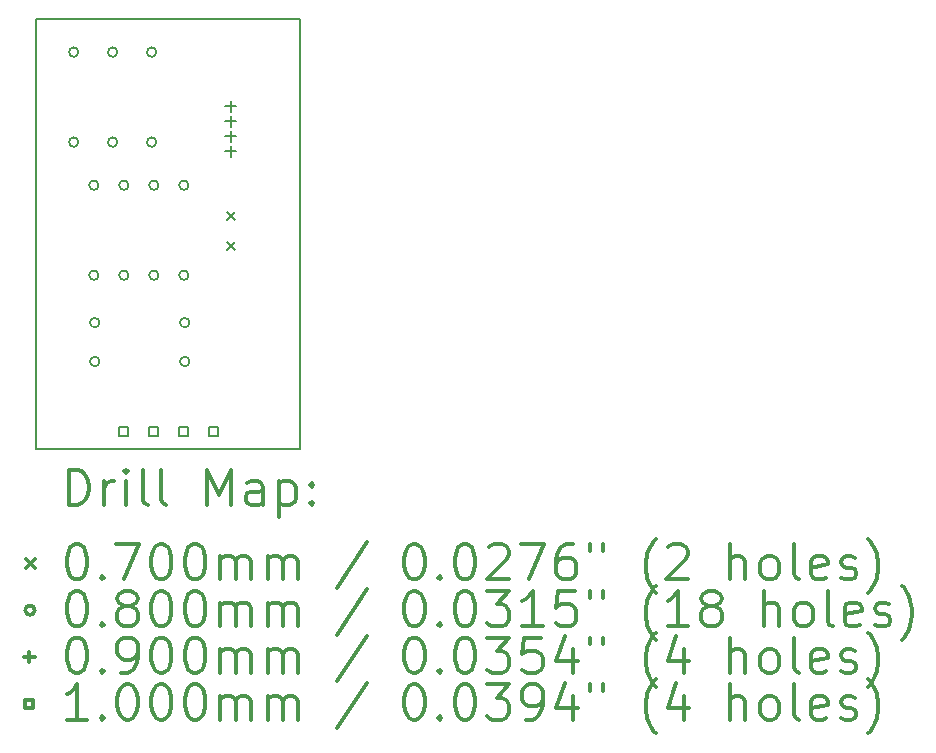
<source format=gbr>
%FSLAX45Y45*%
G04 Gerber Fmt 4.5, Leading zero omitted, Abs format (unit mm)*
G04 Created by KiCad (PCBNEW 5.1.10-88a1d61d58~90~ubuntu20.04.1) date 2021-10-12 10:12:22*
%MOMM*%
%LPD*%
G01*
G04 APERTURE LIST*
%TA.AperFunction,Profile*%
%ADD10C,0.200000*%
%TD*%
%ADD11C,0.200000*%
%ADD12C,0.300000*%
G04 APERTURE END LIST*
D10*
X10680000Y-14709140D02*
X10680000Y-11070000D01*
X12920000Y-11070000D02*
X10680000Y-11070000D01*
X12920000Y-14709140D02*
X12920000Y-11070000D01*
X10680000Y-14709140D02*
X12920000Y-14709140D01*
D11*
X12295000Y-12705000D02*
X12365000Y-12775000D01*
X12365000Y-12705000D02*
X12295000Y-12775000D01*
X12295000Y-12955000D02*
X12365000Y-13025000D01*
X12365000Y-12955000D02*
X12295000Y-13025000D01*
X11040000Y-11350000D02*
G75*
G03*
X11040000Y-11350000I-40000J0D01*
G01*
X11040000Y-12112000D02*
G75*
G03*
X11040000Y-12112000I-40000J0D01*
G01*
X11211000Y-12476000D02*
G75*
G03*
X11211000Y-12476000I-40000J0D01*
G01*
X11211000Y-13238000D02*
G75*
G03*
X11211000Y-13238000I-40000J0D01*
G01*
X11218540Y-13640000D02*
G75*
G03*
X11218540Y-13640000I-40000J0D01*
G01*
X11218540Y-13970000D02*
G75*
G03*
X11218540Y-13970000I-40000J0D01*
G01*
X11370000Y-11350000D02*
G75*
G03*
X11370000Y-11350000I-40000J0D01*
G01*
X11370000Y-12112000D02*
G75*
G03*
X11370000Y-12112000I-40000J0D01*
G01*
X11465000Y-12476000D02*
G75*
G03*
X11465000Y-12476000I-40000J0D01*
G01*
X11465000Y-13238000D02*
G75*
G03*
X11465000Y-13238000I-40000J0D01*
G01*
X11700000Y-11350000D02*
G75*
G03*
X11700000Y-11350000I-40000J0D01*
G01*
X11700000Y-12112000D02*
G75*
G03*
X11700000Y-12112000I-40000J0D01*
G01*
X11719000Y-12476000D02*
G75*
G03*
X11719000Y-12476000I-40000J0D01*
G01*
X11719000Y-13238000D02*
G75*
G03*
X11719000Y-13238000I-40000J0D01*
G01*
X11973000Y-12476000D02*
G75*
G03*
X11973000Y-12476000I-40000J0D01*
G01*
X11973000Y-13238000D02*
G75*
G03*
X11973000Y-13238000I-40000J0D01*
G01*
X11980540Y-13640000D02*
G75*
G03*
X11980540Y-13640000I-40000J0D01*
G01*
X11980540Y-13970000D02*
G75*
G03*
X11980540Y-13970000I-40000J0D01*
G01*
X12330000Y-11765000D02*
X12330000Y-11855000D01*
X12285000Y-11810000D02*
X12375000Y-11810000D01*
X12330000Y-11892000D02*
X12330000Y-11982000D01*
X12285000Y-11937000D02*
X12375000Y-11937000D01*
X12330000Y-12019000D02*
X12330000Y-12109000D01*
X12285000Y-12064000D02*
X12375000Y-12064000D01*
X12330000Y-12146000D02*
X12330000Y-12236000D01*
X12285000Y-12191000D02*
X12375000Y-12191000D01*
X11455896Y-14597996D02*
X11455896Y-14527284D01*
X11385184Y-14527284D01*
X11385184Y-14597996D01*
X11455896Y-14597996D01*
X11709896Y-14597996D02*
X11709896Y-14527284D01*
X11639184Y-14527284D01*
X11639184Y-14597996D01*
X11709896Y-14597996D01*
X11963896Y-14597996D02*
X11963896Y-14527284D01*
X11893184Y-14527284D01*
X11893184Y-14597996D01*
X11963896Y-14597996D01*
X12217896Y-14597996D02*
X12217896Y-14527284D01*
X12147184Y-14527284D01*
X12147184Y-14597996D01*
X12217896Y-14597996D01*
D12*
X10956428Y-15184854D02*
X10956428Y-14884854D01*
X11027857Y-14884854D01*
X11070714Y-14899140D01*
X11099286Y-14927711D01*
X11113571Y-14956283D01*
X11127857Y-15013426D01*
X11127857Y-15056283D01*
X11113571Y-15113426D01*
X11099286Y-15141997D01*
X11070714Y-15170569D01*
X11027857Y-15184854D01*
X10956428Y-15184854D01*
X11256428Y-15184854D02*
X11256428Y-14984854D01*
X11256428Y-15041997D02*
X11270714Y-15013426D01*
X11285000Y-14999140D01*
X11313571Y-14984854D01*
X11342143Y-14984854D01*
X11442143Y-15184854D02*
X11442143Y-14984854D01*
X11442143Y-14884854D02*
X11427857Y-14899140D01*
X11442143Y-14913426D01*
X11456428Y-14899140D01*
X11442143Y-14884854D01*
X11442143Y-14913426D01*
X11627857Y-15184854D02*
X11599286Y-15170569D01*
X11585000Y-15141997D01*
X11585000Y-14884854D01*
X11785000Y-15184854D02*
X11756428Y-15170569D01*
X11742143Y-15141997D01*
X11742143Y-14884854D01*
X12127857Y-15184854D02*
X12127857Y-14884854D01*
X12227857Y-15099140D01*
X12327857Y-14884854D01*
X12327857Y-15184854D01*
X12599286Y-15184854D02*
X12599286Y-15027711D01*
X12585000Y-14999140D01*
X12556428Y-14984854D01*
X12499286Y-14984854D01*
X12470714Y-14999140D01*
X12599286Y-15170569D02*
X12570714Y-15184854D01*
X12499286Y-15184854D01*
X12470714Y-15170569D01*
X12456428Y-15141997D01*
X12456428Y-15113426D01*
X12470714Y-15084854D01*
X12499286Y-15070569D01*
X12570714Y-15070569D01*
X12599286Y-15056283D01*
X12742143Y-14984854D02*
X12742143Y-15284854D01*
X12742143Y-14999140D02*
X12770714Y-14984854D01*
X12827857Y-14984854D01*
X12856428Y-14999140D01*
X12870714Y-15013426D01*
X12885000Y-15041997D01*
X12885000Y-15127711D01*
X12870714Y-15156283D01*
X12856428Y-15170569D01*
X12827857Y-15184854D01*
X12770714Y-15184854D01*
X12742143Y-15170569D01*
X13013571Y-15156283D02*
X13027857Y-15170569D01*
X13013571Y-15184854D01*
X12999286Y-15170569D01*
X13013571Y-15156283D01*
X13013571Y-15184854D01*
X13013571Y-14999140D02*
X13027857Y-15013426D01*
X13013571Y-15027711D01*
X12999286Y-15013426D01*
X13013571Y-14999140D01*
X13013571Y-15027711D01*
X10600000Y-15644140D02*
X10670000Y-15714140D01*
X10670000Y-15644140D02*
X10600000Y-15714140D01*
X11013571Y-15514854D02*
X11042143Y-15514854D01*
X11070714Y-15529140D01*
X11085000Y-15543426D01*
X11099286Y-15571997D01*
X11113571Y-15629140D01*
X11113571Y-15700569D01*
X11099286Y-15757711D01*
X11085000Y-15786283D01*
X11070714Y-15800569D01*
X11042143Y-15814854D01*
X11013571Y-15814854D01*
X10985000Y-15800569D01*
X10970714Y-15786283D01*
X10956428Y-15757711D01*
X10942143Y-15700569D01*
X10942143Y-15629140D01*
X10956428Y-15571997D01*
X10970714Y-15543426D01*
X10985000Y-15529140D01*
X11013571Y-15514854D01*
X11242143Y-15786283D02*
X11256428Y-15800569D01*
X11242143Y-15814854D01*
X11227857Y-15800569D01*
X11242143Y-15786283D01*
X11242143Y-15814854D01*
X11356428Y-15514854D02*
X11556428Y-15514854D01*
X11427857Y-15814854D01*
X11727857Y-15514854D02*
X11756428Y-15514854D01*
X11785000Y-15529140D01*
X11799286Y-15543426D01*
X11813571Y-15571997D01*
X11827857Y-15629140D01*
X11827857Y-15700569D01*
X11813571Y-15757711D01*
X11799286Y-15786283D01*
X11785000Y-15800569D01*
X11756428Y-15814854D01*
X11727857Y-15814854D01*
X11699286Y-15800569D01*
X11685000Y-15786283D01*
X11670714Y-15757711D01*
X11656428Y-15700569D01*
X11656428Y-15629140D01*
X11670714Y-15571997D01*
X11685000Y-15543426D01*
X11699286Y-15529140D01*
X11727857Y-15514854D01*
X12013571Y-15514854D02*
X12042143Y-15514854D01*
X12070714Y-15529140D01*
X12085000Y-15543426D01*
X12099286Y-15571997D01*
X12113571Y-15629140D01*
X12113571Y-15700569D01*
X12099286Y-15757711D01*
X12085000Y-15786283D01*
X12070714Y-15800569D01*
X12042143Y-15814854D01*
X12013571Y-15814854D01*
X11985000Y-15800569D01*
X11970714Y-15786283D01*
X11956428Y-15757711D01*
X11942143Y-15700569D01*
X11942143Y-15629140D01*
X11956428Y-15571997D01*
X11970714Y-15543426D01*
X11985000Y-15529140D01*
X12013571Y-15514854D01*
X12242143Y-15814854D02*
X12242143Y-15614854D01*
X12242143Y-15643426D02*
X12256428Y-15629140D01*
X12285000Y-15614854D01*
X12327857Y-15614854D01*
X12356428Y-15629140D01*
X12370714Y-15657711D01*
X12370714Y-15814854D01*
X12370714Y-15657711D02*
X12385000Y-15629140D01*
X12413571Y-15614854D01*
X12456428Y-15614854D01*
X12485000Y-15629140D01*
X12499286Y-15657711D01*
X12499286Y-15814854D01*
X12642143Y-15814854D02*
X12642143Y-15614854D01*
X12642143Y-15643426D02*
X12656428Y-15629140D01*
X12685000Y-15614854D01*
X12727857Y-15614854D01*
X12756428Y-15629140D01*
X12770714Y-15657711D01*
X12770714Y-15814854D01*
X12770714Y-15657711D02*
X12785000Y-15629140D01*
X12813571Y-15614854D01*
X12856428Y-15614854D01*
X12885000Y-15629140D01*
X12899286Y-15657711D01*
X12899286Y-15814854D01*
X13485000Y-15500569D02*
X13227857Y-15886283D01*
X13870714Y-15514854D02*
X13899286Y-15514854D01*
X13927857Y-15529140D01*
X13942143Y-15543426D01*
X13956428Y-15571997D01*
X13970714Y-15629140D01*
X13970714Y-15700569D01*
X13956428Y-15757711D01*
X13942143Y-15786283D01*
X13927857Y-15800569D01*
X13899286Y-15814854D01*
X13870714Y-15814854D01*
X13842143Y-15800569D01*
X13827857Y-15786283D01*
X13813571Y-15757711D01*
X13799286Y-15700569D01*
X13799286Y-15629140D01*
X13813571Y-15571997D01*
X13827857Y-15543426D01*
X13842143Y-15529140D01*
X13870714Y-15514854D01*
X14099286Y-15786283D02*
X14113571Y-15800569D01*
X14099286Y-15814854D01*
X14085000Y-15800569D01*
X14099286Y-15786283D01*
X14099286Y-15814854D01*
X14299286Y-15514854D02*
X14327857Y-15514854D01*
X14356428Y-15529140D01*
X14370714Y-15543426D01*
X14385000Y-15571997D01*
X14399286Y-15629140D01*
X14399286Y-15700569D01*
X14385000Y-15757711D01*
X14370714Y-15786283D01*
X14356428Y-15800569D01*
X14327857Y-15814854D01*
X14299286Y-15814854D01*
X14270714Y-15800569D01*
X14256428Y-15786283D01*
X14242143Y-15757711D01*
X14227857Y-15700569D01*
X14227857Y-15629140D01*
X14242143Y-15571997D01*
X14256428Y-15543426D01*
X14270714Y-15529140D01*
X14299286Y-15514854D01*
X14513571Y-15543426D02*
X14527857Y-15529140D01*
X14556428Y-15514854D01*
X14627857Y-15514854D01*
X14656428Y-15529140D01*
X14670714Y-15543426D01*
X14685000Y-15571997D01*
X14685000Y-15600569D01*
X14670714Y-15643426D01*
X14499286Y-15814854D01*
X14685000Y-15814854D01*
X14785000Y-15514854D02*
X14985000Y-15514854D01*
X14856428Y-15814854D01*
X15227857Y-15514854D02*
X15170714Y-15514854D01*
X15142143Y-15529140D01*
X15127857Y-15543426D01*
X15099286Y-15586283D01*
X15085000Y-15643426D01*
X15085000Y-15757711D01*
X15099286Y-15786283D01*
X15113571Y-15800569D01*
X15142143Y-15814854D01*
X15199286Y-15814854D01*
X15227857Y-15800569D01*
X15242143Y-15786283D01*
X15256428Y-15757711D01*
X15256428Y-15686283D01*
X15242143Y-15657711D01*
X15227857Y-15643426D01*
X15199286Y-15629140D01*
X15142143Y-15629140D01*
X15113571Y-15643426D01*
X15099286Y-15657711D01*
X15085000Y-15686283D01*
X15370714Y-15514854D02*
X15370714Y-15571997D01*
X15485000Y-15514854D02*
X15485000Y-15571997D01*
X15927857Y-15929140D02*
X15913571Y-15914854D01*
X15885000Y-15871997D01*
X15870714Y-15843426D01*
X15856428Y-15800569D01*
X15842143Y-15729140D01*
X15842143Y-15671997D01*
X15856428Y-15600569D01*
X15870714Y-15557711D01*
X15885000Y-15529140D01*
X15913571Y-15486283D01*
X15927857Y-15471997D01*
X16027857Y-15543426D02*
X16042143Y-15529140D01*
X16070714Y-15514854D01*
X16142143Y-15514854D01*
X16170714Y-15529140D01*
X16185000Y-15543426D01*
X16199286Y-15571997D01*
X16199286Y-15600569D01*
X16185000Y-15643426D01*
X16013571Y-15814854D01*
X16199286Y-15814854D01*
X16556428Y-15814854D02*
X16556428Y-15514854D01*
X16685000Y-15814854D02*
X16685000Y-15657711D01*
X16670714Y-15629140D01*
X16642143Y-15614854D01*
X16599286Y-15614854D01*
X16570714Y-15629140D01*
X16556428Y-15643426D01*
X16870714Y-15814854D02*
X16842143Y-15800569D01*
X16827857Y-15786283D01*
X16813571Y-15757711D01*
X16813571Y-15671997D01*
X16827857Y-15643426D01*
X16842143Y-15629140D01*
X16870714Y-15614854D01*
X16913571Y-15614854D01*
X16942143Y-15629140D01*
X16956428Y-15643426D01*
X16970714Y-15671997D01*
X16970714Y-15757711D01*
X16956428Y-15786283D01*
X16942143Y-15800569D01*
X16913571Y-15814854D01*
X16870714Y-15814854D01*
X17142143Y-15814854D02*
X17113571Y-15800569D01*
X17099286Y-15771997D01*
X17099286Y-15514854D01*
X17370714Y-15800569D02*
X17342143Y-15814854D01*
X17285000Y-15814854D01*
X17256428Y-15800569D01*
X17242143Y-15771997D01*
X17242143Y-15657711D01*
X17256428Y-15629140D01*
X17285000Y-15614854D01*
X17342143Y-15614854D01*
X17370714Y-15629140D01*
X17385000Y-15657711D01*
X17385000Y-15686283D01*
X17242143Y-15714854D01*
X17499286Y-15800569D02*
X17527857Y-15814854D01*
X17585000Y-15814854D01*
X17613571Y-15800569D01*
X17627857Y-15771997D01*
X17627857Y-15757711D01*
X17613571Y-15729140D01*
X17585000Y-15714854D01*
X17542143Y-15714854D01*
X17513571Y-15700569D01*
X17499286Y-15671997D01*
X17499286Y-15657711D01*
X17513571Y-15629140D01*
X17542143Y-15614854D01*
X17585000Y-15614854D01*
X17613571Y-15629140D01*
X17727857Y-15929140D02*
X17742143Y-15914854D01*
X17770714Y-15871997D01*
X17785000Y-15843426D01*
X17799286Y-15800569D01*
X17813571Y-15729140D01*
X17813571Y-15671997D01*
X17799286Y-15600569D01*
X17785000Y-15557711D01*
X17770714Y-15529140D01*
X17742143Y-15486283D01*
X17727857Y-15471997D01*
X10670000Y-16075140D02*
G75*
G03*
X10670000Y-16075140I-40000J0D01*
G01*
X11013571Y-15910854D02*
X11042143Y-15910854D01*
X11070714Y-15925140D01*
X11085000Y-15939426D01*
X11099286Y-15967997D01*
X11113571Y-16025140D01*
X11113571Y-16096569D01*
X11099286Y-16153711D01*
X11085000Y-16182283D01*
X11070714Y-16196569D01*
X11042143Y-16210854D01*
X11013571Y-16210854D01*
X10985000Y-16196569D01*
X10970714Y-16182283D01*
X10956428Y-16153711D01*
X10942143Y-16096569D01*
X10942143Y-16025140D01*
X10956428Y-15967997D01*
X10970714Y-15939426D01*
X10985000Y-15925140D01*
X11013571Y-15910854D01*
X11242143Y-16182283D02*
X11256428Y-16196569D01*
X11242143Y-16210854D01*
X11227857Y-16196569D01*
X11242143Y-16182283D01*
X11242143Y-16210854D01*
X11427857Y-16039426D02*
X11399286Y-16025140D01*
X11385000Y-16010854D01*
X11370714Y-15982283D01*
X11370714Y-15967997D01*
X11385000Y-15939426D01*
X11399286Y-15925140D01*
X11427857Y-15910854D01*
X11485000Y-15910854D01*
X11513571Y-15925140D01*
X11527857Y-15939426D01*
X11542143Y-15967997D01*
X11542143Y-15982283D01*
X11527857Y-16010854D01*
X11513571Y-16025140D01*
X11485000Y-16039426D01*
X11427857Y-16039426D01*
X11399286Y-16053711D01*
X11385000Y-16067997D01*
X11370714Y-16096569D01*
X11370714Y-16153711D01*
X11385000Y-16182283D01*
X11399286Y-16196569D01*
X11427857Y-16210854D01*
X11485000Y-16210854D01*
X11513571Y-16196569D01*
X11527857Y-16182283D01*
X11542143Y-16153711D01*
X11542143Y-16096569D01*
X11527857Y-16067997D01*
X11513571Y-16053711D01*
X11485000Y-16039426D01*
X11727857Y-15910854D02*
X11756428Y-15910854D01*
X11785000Y-15925140D01*
X11799286Y-15939426D01*
X11813571Y-15967997D01*
X11827857Y-16025140D01*
X11827857Y-16096569D01*
X11813571Y-16153711D01*
X11799286Y-16182283D01*
X11785000Y-16196569D01*
X11756428Y-16210854D01*
X11727857Y-16210854D01*
X11699286Y-16196569D01*
X11685000Y-16182283D01*
X11670714Y-16153711D01*
X11656428Y-16096569D01*
X11656428Y-16025140D01*
X11670714Y-15967997D01*
X11685000Y-15939426D01*
X11699286Y-15925140D01*
X11727857Y-15910854D01*
X12013571Y-15910854D02*
X12042143Y-15910854D01*
X12070714Y-15925140D01*
X12085000Y-15939426D01*
X12099286Y-15967997D01*
X12113571Y-16025140D01*
X12113571Y-16096569D01*
X12099286Y-16153711D01*
X12085000Y-16182283D01*
X12070714Y-16196569D01*
X12042143Y-16210854D01*
X12013571Y-16210854D01*
X11985000Y-16196569D01*
X11970714Y-16182283D01*
X11956428Y-16153711D01*
X11942143Y-16096569D01*
X11942143Y-16025140D01*
X11956428Y-15967997D01*
X11970714Y-15939426D01*
X11985000Y-15925140D01*
X12013571Y-15910854D01*
X12242143Y-16210854D02*
X12242143Y-16010854D01*
X12242143Y-16039426D02*
X12256428Y-16025140D01*
X12285000Y-16010854D01*
X12327857Y-16010854D01*
X12356428Y-16025140D01*
X12370714Y-16053711D01*
X12370714Y-16210854D01*
X12370714Y-16053711D02*
X12385000Y-16025140D01*
X12413571Y-16010854D01*
X12456428Y-16010854D01*
X12485000Y-16025140D01*
X12499286Y-16053711D01*
X12499286Y-16210854D01*
X12642143Y-16210854D02*
X12642143Y-16010854D01*
X12642143Y-16039426D02*
X12656428Y-16025140D01*
X12685000Y-16010854D01*
X12727857Y-16010854D01*
X12756428Y-16025140D01*
X12770714Y-16053711D01*
X12770714Y-16210854D01*
X12770714Y-16053711D02*
X12785000Y-16025140D01*
X12813571Y-16010854D01*
X12856428Y-16010854D01*
X12885000Y-16025140D01*
X12899286Y-16053711D01*
X12899286Y-16210854D01*
X13485000Y-15896569D02*
X13227857Y-16282283D01*
X13870714Y-15910854D02*
X13899286Y-15910854D01*
X13927857Y-15925140D01*
X13942143Y-15939426D01*
X13956428Y-15967997D01*
X13970714Y-16025140D01*
X13970714Y-16096569D01*
X13956428Y-16153711D01*
X13942143Y-16182283D01*
X13927857Y-16196569D01*
X13899286Y-16210854D01*
X13870714Y-16210854D01*
X13842143Y-16196569D01*
X13827857Y-16182283D01*
X13813571Y-16153711D01*
X13799286Y-16096569D01*
X13799286Y-16025140D01*
X13813571Y-15967997D01*
X13827857Y-15939426D01*
X13842143Y-15925140D01*
X13870714Y-15910854D01*
X14099286Y-16182283D02*
X14113571Y-16196569D01*
X14099286Y-16210854D01*
X14085000Y-16196569D01*
X14099286Y-16182283D01*
X14099286Y-16210854D01*
X14299286Y-15910854D02*
X14327857Y-15910854D01*
X14356428Y-15925140D01*
X14370714Y-15939426D01*
X14385000Y-15967997D01*
X14399286Y-16025140D01*
X14399286Y-16096569D01*
X14385000Y-16153711D01*
X14370714Y-16182283D01*
X14356428Y-16196569D01*
X14327857Y-16210854D01*
X14299286Y-16210854D01*
X14270714Y-16196569D01*
X14256428Y-16182283D01*
X14242143Y-16153711D01*
X14227857Y-16096569D01*
X14227857Y-16025140D01*
X14242143Y-15967997D01*
X14256428Y-15939426D01*
X14270714Y-15925140D01*
X14299286Y-15910854D01*
X14499286Y-15910854D02*
X14685000Y-15910854D01*
X14585000Y-16025140D01*
X14627857Y-16025140D01*
X14656428Y-16039426D01*
X14670714Y-16053711D01*
X14685000Y-16082283D01*
X14685000Y-16153711D01*
X14670714Y-16182283D01*
X14656428Y-16196569D01*
X14627857Y-16210854D01*
X14542143Y-16210854D01*
X14513571Y-16196569D01*
X14499286Y-16182283D01*
X14970714Y-16210854D02*
X14799286Y-16210854D01*
X14885000Y-16210854D02*
X14885000Y-15910854D01*
X14856428Y-15953711D01*
X14827857Y-15982283D01*
X14799286Y-15996569D01*
X15242143Y-15910854D02*
X15099286Y-15910854D01*
X15085000Y-16053711D01*
X15099286Y-16039426D01*
X15127857Y-16025140D01*
X15199286Y-16025140D01*
X15227857Y-16039426D01*
X15242143Y-16053711D01*
X15256428Y-16082283D01*
X15256428Y-16153711D01*
X15242143Y-16182283D01*
X15227857Y-16196569D01*
X15199286Y-16210854D01*
X15127857Y-16210854D01*
X15099286Y-16196569D01*
X15085000Y-16182283D01*
X15370714Y-15910854D02*
X15370714Y-15967997D01*
X15485000Y-15910854D02*
X15485000Y-15967997D01*
X15927857Y-16325140D02*
X15913571Y-16310854D01*
X15885000Y-16267997D01*
X15870714Y-16239426D01*
X15856428Y-16196569D01*
X15842143Y-16125140D01*
X15842143Y-16067997D01*
X15856428Y-15996569D01*
X15870714Y-15953711D01*
X15885000Y-15925140D01*
X15913571Y-15882283D01*
X15927857Y-15867997D01*
X16199286Y-16210854D02*
X16027857Y-16210854D01*
X16113571Y-16210854D02*
X16113571Y-15910854D01*
X16085000Y-15953711D01*
X16056428Y-15982283D01*
X16027857Y-15996569D01*
X16370714Y-16039426D02*
X16342143Y-16025140D01*
X16327857Y-16010854D01*
X16313571Y-15982283D01*
X16313571Y-15967997D01*
X16327857Y-15939426D01*
X16342143Y-15925140D01*
X16370714Y-15910854D01*
X16427857Y-15910854D01*
X16456428Y-15925140D01*
X16470714Y-15939426D01*
X16485000Y-15967997D01*
X16485000Y-15982283D01*
X16470714Y-16010854D01*
X16456428Y-16025140D01*
X16427857Y-16039426D01*
X16370714Y-16039426D01*
X16342143Y-16053711D01*
X16327857Y-16067997D01*
X16313571Y-16096569D01*
X16313571Y-16153711D01*
X16327857Y-16182283D01*
X16342143Y-16196569D01*
X16370714Y-16210854D01*
X16427857Y-16210854D01*
X16456428Y-16196569D01*
X16470714Y-16182283D01*
X16485000Y-16153711D01*
X16485000Y-16096569D01*
X16470714Y-16067997D01*
X16456428Y-16053711D01*
X16427857Y-16039426D01*
X16842143Y-16210854D02*
X16842143Y-15910854D01*
X16970714Y-16210854D02*
X16970714Y-16053711D01*
X16956428Y-16025140D01*
X16927857Y-16010854D01*
X16885000Y-16010854D01*
X16856428Y-16025140D01*
X16842143Y-16039426D01*
X17156428Y-16210854D02*
X17127857Y-16196569D01*
X17113571Y-16182283D01*
X17099286Y-16153711D01*
X17099286Y-16067997D01*
X17113571Y-16039426D01*
X17127857Y-16025140D01*
X17156428Y-16010854D01*
X17199286Y-16010854D01*
X17227857Y-16025140D01*
X17242143Y-16039426D01*
X17256428Y-16067997D01*
X17256428Y-16153711D01*
X17242143Y-16182283D01*
X17227857Y-16196569D01*
X17199286Y-16210854D01*
X17156428Y-16210854D01*
X17427857Y-16210854D02*
X17399286Y-16196569D01*
X17385000Y-16167997D01*
X17385000Y-15910854D01*
X17656428Y-16196569D02*
X17627857Y-16210854D01*
X17570714Y-16210854D01*
X17542143Y-16196569D01*
X17527857Y-16167997D01*
X17527857Y-16053711D01*
X17542143Y-16025140D01*
X17570714Y-16010854D01*
X17627857Y-16010854D01*
X17656428Y-16025140D01*
X17670714Y-16053711D01*
X17670714Y-16082283D01*
X17527857Y-16110854D01*
X17785000Y-16196569D02*
X17813571Y-16210854D01*
X17870714Y-16210854D01*
X17899286Y-16196569D01*
X17913571Y-16167997D01*
X17913571Y-16153711D01*
X17899286Y-16125140D01*
X17870714Y-16110854D01*
X17827857Y-16110854D01*
X17799286Y-16096569D01*
X17785000Y-16067997D01*
X17785000Y-16053711D01*
X17799286Y-16025140D01*
X17827857Y-16010854D01*
X17870714Y-16010854D01*
X17899286Y-16025140D01*
X18013571Y-16325140D02*
X18027857Y-16310854D01*
X18056428Y-16267997D01*
X18070714Y-16239426D01*
X18085000Y-16196569D01*
X18099286Y-16125140D01*
X18099286Y-16067997D01*
X18085000Y-15996569D01*
X18070714Y-15953711D01*
X18056428Y-15925140D01*
X18027857Y-15882283D01*
X18013571Y-15867997D01*
X10625000Y-16426140D02*
X10625000Y-16516140D01*
X10580000Y-16471140D02*
X10670000Y-16471140D01*
X11013571Y-16306854D02*
X11042143Y-16306854D01*
X11070714Y-16321140D01*
X11085000Y-16335426D01*
X11099286Y-16363997D01*
X11113571Y-16421140D01*
X11113571Y-16492569D01*
X11099286Y-16549711D01*
X11085000Y-16578283D01*
X11070714Y-16592569D01*
X11042143Y-16606854D01*
X11013571Y-16606854D01*
X10985000Y-16592569D01*
X10970714Y-16578283D01*
X10956428Y-16549711D01*
X10942143Y-16492569D01*
X10942143Y-16421140D01*
X10956428Y-16363997D01*
X10970714Y-16335426D01*
X10985000Y-16321140D01*
X11013571Y-16306854D01*
X11242143Y-16578283D02*
X11256428Y-16592569D01*
X11242143Y-16606854D01*
X11227857Y-16592569D01*
X11242143Y-16578283D01*
X11242143Y-16606854D01*
X11399286Y-16606854D02*
X11456428Y-16606854D01*
X11485000Y-16592569D01*
X11499286Y-16578283D01*
X11527857Y-16535426D01*
X11542143Y-16478283D01*
X11542143Y-16363997D01*
X11527857Y-16335426D01*
X11513571Y-16321140D01*
X11485000Y-16306854D01*
X11427857Y-16306854D01*
X11399286Y-16321140D01*
X11385000Y-16335426D01*
X11370714Y-16363997D01*
X11370714Y-16435426D01*
X11385000Y-16463997D01*
X11399286Y-16478283D01*
X11427857Y-16492569D01*
X11485000Y-16492569D01*
X11513571Y-16478283D01*
X11527857Y-16463997D01*
X11542143Y-16435426D01*
X11727857Y-16306854D02*
X11756428Y-16306854D01*
X11785000Y-16321140D01*
X11799286Y-16335426D01*
X11813571Y-16363997D01*
X11827857Y-16421140D01*
X11827857Y-16492569D01*
X11813571Y-16549711D01*
X11799286Y-16578283D01*
X11785000Y-16592569D01*
X11756428Y-16606854D01*
X11727857Y-16606854D01*
X11699286Y-16592569D01*
X11685000Y-16578283D01*
X11670714Y-16549711D01*
X11656428Y-16492569D01*
X11656428Y-16421140D01*
X11670714Y-16363997D01*
X11685000Y-16335426D01*
X11699286Y-16321140D01*
X11727857Y-16306854D01*
X12013571Y-16306854D02*
X12042143Y-16306854D01*
X12070714Y-16321140D01*
X12085000Y-16335426D01*
X12099286Y-16363997D01*
X12113571Y-16421140D01*
X12113571Y-16492569D01*
X12099286Y-16549711D01*
X12085000Y-16578283D01*
X12070714Y-16592569D01*
X12042143Y-16606854D01*
X12013571Y-16606854D01*
X11985000Y-16592569D01*
X11970714Y-16578283D01*
X11956428Y-16549711D01*
X11942143Y-16492569D01*
X11942143Y-16421140D01*
X11956428Y-16363997D01*
X11970714Y-16335426D01*
X11985000Y-16321140D01*
X12013571Y-16306854D01*
X12242143Y-16606854D02*
X12242143Y-16406854D01*
X12242143Y-16435426D02*
X12256428Y-16421140D01*
X12285000Y-16406854D01*
X12327857Y-16406854D01*
X12356428Y-16421140D01*
X12370714Y-16449711D01*
X12370714Y-16606854D01*
X12370714Y-16449711D02*
X12385000Y-16421140D01*
X12413571Y-16406854D01*
X12456428Y-16406854D01*
X12485000Y-16421140D01*
X12499286Y-16449711D01*
X12499286Y-16606854D01*
X12642143Y-16606854D02*
X12642143Y-16406854D01*
X12642143Y-16435426D02*
X12656428Y-16421140D01*
X12685000Y-16406854D01*
X12727857Y-16406854D01*
X12756428Y-16421140D01*
X12770714Y-16449711D01*
X12770714Y-16606854D01*
X12770714Y-16449711D02*
X12785000Y-16421140D01*
X12813571Y-16406854D01*
X12856428Y-16406854D01*
X12885000Y-16421140D01*
X12899286Y-16449711D01*
X12899286Y-16606854D01*
X13485000Y-16292569D02*
X13227857Y-16678283D01*
X13870714Y-16306854D02*
X13899286Y-16306854D01*
X13927857Y-16321140D01*
X13942143Y-16335426D01*
X13956428Y-16363997D01*
X13970714Y-16421140D01*
X13970714Y-16492569D01*
X13956428Y-16549711D01*
X13942143Y-16578283D01*
X13927857Y-16592569D01*
X13899286Y-16606854D01*
X13870714Y-16606854D01*
X13842143Y-16592569D01*
X13827857Y-16578283D01*
X13813571Y-16549711D01*
X13799286Y-16492569D01*
X13799286Y-16421140D01*
X13813571Y-16363997D01*
X13827857Y-16335426D01*
X13842143Y-16321140D01*
X13870714Y-16306854D01*
X14099286Y-16578283D02*
X14113571Y-16592569D01*
X14099286Y-16606854D01*
X14085000Y-16592569D01*
X14099286Y-16578283D01*
X14099286Y-16606854D01*
X14299286Y-16306854D02*
X14327857Y-16306854D01*
X14356428Y-16321140D01*
X14370714Y-16335426D01*
X14385000Y-16363997D01*
X14399286Y-16421140D01*
X14399286Y-16492569D01*
X14385000Y-16549711D01*
X14370714Y-16578283D01*
X14356428Y-16592569D01*
X14327857Y-16606854D01*
X14299286Y-16606854D01*
X14270714Y-16592569D01*
X14256428Y-16578283D01*
X14242143Y-16549711D01*
X14227857Y-16492569D01*
X14227857Y-16421140D01*
X14242143Y-16363997D01*
X14256428Y-16335426D01*
X14270714Y-16321140D01*
X14299286Y-16306854D01*
X14499286Y-16306854D02*
X14685000Y-16306854D01*
X14585000Y-16421140D01*
X14627857Y-16421140D01*
X14656428Y-16435426D01*
X14670714Y-16449711D01*
X14685000Y-16478283D01*
X14685000Y-16549711D01*
X14670714Y-16578283D01*
X14656428Y-16592569D01*
X14627857Y-16606854D01*
X14542143Y-16606854D01*
X14513571Y-16592569D01*
X14499286Y-16578283D01*
X14956428Y-16306854D02*
X14813571Y-16306854D01*
X14799286Y-16449711D01*
X14813571Y-16435426D01*
X14842143Y-16421140D01*
X14913571Y-16421140D01*
X14942143Y-16435426D01*
X14956428Y-16449711D01*
X14970714Y-16478283D01*
X14970714Y-16549711D01*
X14956428Y-16578283D01*
X14942143Y-16592569D01*
X14913571Y-16606854D01*
X14842143Y-16606854D01*
X14813571Y-16592569D01*
X14799286Y-16578283D01*
X15227857Y-16406854D02*
X15227857Y-16606854D01*
X15156428Y-16292569D02*
X15085000Y-16506854D01*
X15270714Y-16506854D01*
X15370714Y-16306854D02*
X15370714Y-16363997D01*
X15485000Y-16306854D02*
X15485000Y-16363997D01*
X15927857Y-16721140D02*
X15913571Y-16706854D01*
X15885000Y-16663997D01*
X15870714Y-16635426D01*
X15856428Y-16592569D01*
X15842143Y-16521140D01*
X15842143Y-16463997D01*
X15856428Y-16392569D01*
X15870714Y-16349711D01*
X15885000Y-16321140D01*
X15913571Y-16278283D01*
X15927857Y-16263997D01*
X16170714Y-16406854D02*
X16170714Y-16606854D01*
X16099286Y-16292569D02*
X16027857Y-16506854D01*
X16213571Y-16506854D01*
X16556428Y-16606854D02*
X16556428Y-16306854D01*
X16685000Y-16606854D02*
X16685000Y-16449711D01*
X16670714Y-16421140D01*
X16642143Y-16406854D01*
X16599286Y-16406854D01*
X16570714Y-16421140D01*
X16556428Y-16435426D01*
X16870714Y-16606854D02*
X16842143Y-16592569D01*
X16827857Y-16578283D01*
X16813571Y-16549711D01*
X16813571Y-16463997D01*
X16827857Y-16435426D01*
X16842143Y-16421140D01*
X16870714Y-16406854D01*
X16913571Y-16406854D01*
X16942143Y-16421140D01*
X16956428Y-16435426D01*
X16970714Y-16463997D01*
X16970714Y-16549711D01*
X16956428Y-16578283D01*
X16942143Y-16592569D01*
X16913571Y-16606854D01*
X16870714Y-16606854D01*
X17142143Y-16606854D02*
X17113571Y-16592569D01*
X17099286Y-16563997D01*
X17099286Y-16306854D01*
X17370714Y-16592569D02*
X17342143Y-16606854D01*
X17285000Y-16606854D01*
X17256428Y-16592569D01*
X17242143Y-16563997D01*
X17242143Y-16449711D01*
X17256428Y-16421140D01*
X17285000Y-16406854D01*
X17342143Y-16406854D01*
X17370714Y-16421140D01*
X17385000Y-16449711D01*
X17385000Y-16478283D01*
X17242143Y-16506854D01*
X17499286Y-16592569D02*
X17527857Y-16606854D01*
X17585000Y-16606854D01*
X17613571Y-16592569D01*
X17627857Y-16563997D01*
X17627857Y-16549711D01*
X17613571Y-16521140D01*
X17585000Y-16506854D01*
X17542143Y-16506854D01*
X17513571Y-16492569D01*
X17499286Y-16463997D01*
X17499286Y-16449711D01*
X17513571Y-16421140D01*
X17542143Y-16406854D01*
X17585000Y-16406854D01*
X17613571Y-16421140D01*
X17727857Y-16721140D02*
X17742143Y-16706854D01*
X17770714Y-16663997D01*
X17785000Y-16635426D01*
X17799286Y-16592569D01*
X17813571Y-16521140D01*
X17813571Y-16463997D01*
X17799286Y-16392569D01*
X17785000Y-16349711D01*
X17770714Y-16321140D01*
X17742143Y-16278283D01*
X17727857Y-16263997D01*
X10655356Y-16902496D02*
X10655356Y-16831784D01*
X10584644Y-16831784D01*
X10584644Y-16902496D01*
X10655356Y-16902496D01*
X11113571Y-17002854D02*
X10942143Y-17002854D01*
X11027857Y-17002854D02*
X11027857Y-16702854D01*
X10999286Y-16745711D01*
X10970714Y-16774283D01*
X10942143Y-16788569D01*
X11242143Y-16974283D02*
X11256428Y-16988569D01*
X11242143Y-17002854D01*
X11227857Y-16988569D01*
X11242143Y-16974283D01*
X11242143Y-17002854D01*
X11442143Y-16702854D02*
X11470714Y-16702854D01*
X11499286Y-16717140D01*
X11513571Y-16731426D01*
X11527857Y-16759997D01*
X11542143Y-16817140D01*
X11542143Y-16888569D01*
X11527857Y-16945712D01*
X11513571Y-16974283D01*
X11499286Y-16988569D01*
X11470714Y-17002854D01*
X11442143Y-17002854D01*
X11413571Y-16988569D01*
X11399286Y-16974283D01*
X11385000Y-16945712D01*
X11370714Y-16888569D01*
X11370714Y-16817140D01*
X11385000Y-16759997D01*
X11399286Y-16731426D01*
X11413571Y-16717140D01*
X11442143Y-16702854D01*
X11727857Y-16702854D02*
X11756428Y-16702854D01*
X11785000Y-16717140D01*
X11799286Y-16731426D01*
X11813571Y-16759997D01*
X11827857Y-16817140D01*
X11827857Y-16888569D01*
X11813571Y-16945712D01*
X11799286Y-16974283D01*
X11785000Y-16988569D01*
X11756428Y-17002854D01*
X11727857Y-17002854D01*
X11699286Y-16988569D01*
X11685000Y-16974283D01*
X11670714Y-16945712D01*
X11656428Y-16888569D01*
X11656428Y-16817140D01*
X11670714Y-16759997D01*
X11685000Y-16731426D01*
X11699286Y-16717140D01*
X11727857Y-16702854D01*
X12013571Y-16702854D02*
X12042143Y-16702854D01*
X12070714Y-16717140D01*
X12085000Y-16731426D01*
X12099286Y-16759997D01*
X12113571Y-16817140D01*
X12113571Y-16888569D01*
X12099286Y-16945712D01*
X12085000Y-16974283D01*
X12070714Y-16988569D01*
X12042143Y-17002854D01*
X12013571Y-17002854D01*
X11985000Y-16988569D01*
X11970714Y-16974283D01*
X11956428Y-16945712D01*
X11942143Y-16888569D01*
X11942143Y-16817140D01*
X11956428Y-16759997D01*
X11970714Y-16731426D01*
X11985000Y-16717140D01*
X12013571Y-16702854D01*
X12242143Y-17002854D02*
X12242143Y-16802854D01*
X12242143Y-16831426D02*
X12256428Y-16817140D01*
X12285000Y-16802854D01*
X12327857Y-16802854D01*
X12356428Y-16817140D01*
X12370714Y-16845712D01*
X12370714Y-17002854D01*
X12370714Y-16845712D02*
X12385000Y-16817140D01*
X12413571Y-16802854D01*
X12456428Y-16802854D01*
X12485000Y-16817140D01*
X12499286Y-16845712D01*
X12499286Y-17002854D01*
X12642143Y-17002854D02*
X12642143Y-16802854D01*
X12642143Y-16831426D02*
X12656428Y-16817140D01*
X12685000Y-16802854D01*
X12727857Y-16802854D01*
X12756428Y-16817140D01*
X12770714Y-16845712D01*
X12770714Y-17002854D01*
X12770714Y-16845712D02*
X12785000Y-16817140D01*
X12813571Y-16802854D01*
X12856428Y-16802854D01*
X12885000Y-16817140D01*
X12899286Y-16845712D01*
X12899286Y-17002854D01*
X13485000Y-16688569D02*
X13227857Y-17074283D01*
X13870714Y-16702854D02*
X13899286Y-16702854D01*
X13927857Y-16717140D01*
X13942143Y-16731426D01*
X13956428Y-16759997D01*
X13970714Y-16817140D01*
X13970714Y-16888569D01*
X13956428Y-16945712D01*
X13942143Y-16974283D01*
X13927857Y-16988569D01*
X13899286Y-17002854D01*
X13870714Y-17002854D01*
X13842143Y-16988569D01*
X13827857Y-16974283D01*
X13813571Y-16945712D01*
X13799286Y-16888569D01*
X13799286Y-16817140D01*
X13813571Y-16759997D01*
X13827857Y-16731426D01*
X13842143Y-16717140D01*
X13870714Y-16702854D01*
X14099286Y-16974283D02*
X14113571Y-16988569D01*
X14099286Y-17002854D01*
X14085000Y-16988569D01*
X14099286Y-16974283D01*
X14099286Y-17002854D01*
X14299286Y-16702854D02*
X14327857Y-16702854D01*
X14356428Y-16717140D01*
X14370714Y-16731426D01*
X14385000Y-16759997D01*
X14399286Y-16817140D01*
X14399286Y-16888569D01*
X14385000Y-16945712D01*
X14370714Y-16974283D01*
X14356428Y-16988569D01*
X14327857Y-17002854D01*
X14299286Y-17002854D01*
X14270714Y-16988569D01*
X14256428Y-16974283D01*
X14242143Y-16945712D01*
X14227857Y-16888569D01*
X14227857Y-16817140D01*
X14242143Y-16759997D01*
X14256428Y-16731426D01*
X14270714Y-16717140D01*
X14299286Y-16702854D01*
X14499286Y-16702854D02*
X14685000Y-16702854D01*
X14585000Y-16817140D01*
X14627857Y-16817140D01*
X14656428Y-16831426D01*
X14670714Y-16845712D01*
X14685000Y-16874283D01*
X14685000Y-16945712D01*
X14670714Y-16974283D01*
X14656428Y-16988569D01*
X14627857Y-17002854D01*
X14542143Y-17002854D01*
X14513571Y-16988569D01*
X14499286Y-16974283D01*
X14827857Y-17002854D02*
X14885000Y-17002854D01*
X14913571Y-16988569D01*
X14927857Y-16974283D01*
X14956428Y-16931426D01*
X14970714Y-16874283D01*
X14970714Y-16759997D01*
X14956428Y-16731426D01*
X14942143Y-16717140D01*
X14913571Y-16702854D01*
X14856428Y-16702854D01*
X14827857Y-16717140D01*
X14813571Y-16731426D01*
X14799286Y-16759997D01*
X14799286Y-16831426D01*
X14813571Y-16859997D01*
X14827857Y-16874283D01*
X14856428Y-16888569D01*
X14913571Y-16888569D01*
X14942143Y-16874283D01*
X14956428Y-16859997D01*
X14970714Y-16831426D01*
X15227857Y-16802854D02*
X15227857Y-17002854D01*
X15156428Y-16688569D02*
X15085000Y-16902854D01*
X15270714Y-16902854D01*
X15370714Y-16702854D02*
X15370714Y-16759997D01*
X15485000Y-16702854D02*
X15485000Y-16759997D01*
X15927857Y-17117140D02*
X15913571Y-17102854D01*
X15885000Y-17059997D01*
X15870714Y-17031426D01*
X15856428Y-16988569D01*
X15842143Y-16917140D01*
X15842143Y-16859997D01*
X15856428Y-16788569D01*
X15870714Y-16745711D01*
X15885000Y-16717140D01*
X15913571Y-16674283D01*
X15927857Y-16659997D01*
X16170714Y-16802854D02*
X16170714Y-17002854D01*
X16099286Y-16688569D02*
X16027857Y-16902854D01*
X16213571Y-16902854D01*
X16556428Y-17002854D02*
X16556428Y-16702854D01*
X16685000Y-17002854D02*
X16685000Y-16845712D01*
X16670714Y-16817140D01*
X16642143Y-16802854D01*
X16599286Y-16802854D01*
X16570714Y-16817140D01*
X16556428Y-16831426D01*
X16870714Y-17002854D02*
X16842143Y-16988569D01*
X16827857Y-16974283D01*
X16813571Y-16945712D01*
X16813571Y-16859997D01*
X16827857Y-16831426D01*
X16842143Y-16817140D01*
X16870714Y-16802854D01*
X16913571Y-16802854D01*
X16942143Y-16817140D01*
X16956428Y-16831426D01*
X16970714Y-16859997D01*
X16970714Y-16945712D01*
X16956428Y-16974283D01*
X16942143Y-16988569D01*
X16913571Y-17002854D01*
X16870714Y-17002854D01*
X17142143Y-17002854D02*
X17113571Y-16988569D01*
X17099286Y-16959997D01*
X17099286Y-16702854D01*
X17370714Y-16988569D02*
X17342143Y-17002854D01*
X17285000Y-17002854D01*
X17256428Y-16988569D01*
X17242143Y-16959997D01*
X17242143Y-16845712D01*
X17256428Y-16817140D01*
X17285000Y-16802854D01*
X17342143Y-16802854D01*
X17370714Y-16817140D01*
X17385000Y-16845712D01*
X17385000Y-16874283D01*
X17242143Y-16902854D01*
X17499286Y-16988569D02*
X17527857Y-17002854D01*
X17585000Y-17002854D01*
X17613571Y-16988569D01*
X17627857Y-16959997D01*
X17627857Y-16945712D01*
X17613571Y-16917140D01*
X17585000Y-16902854D01*
X17542143Y-16902854D01*
X17513571Y-16888569D01*
X17499286Y-16859997D01*
X17499286Y-16845712D01*
X17513571Y-16817140D01*
X17542143Y-16802854D01*
X17585000Y-16802854D01*
X17613571Y-16817140D01*
X17727857Y-17117140D02*
X17742143Y-17102854D01*
X17770714Y-17059997D01*
X17785000Y-17031426D01*
X17799286Y-16988569D01*
X17813571Y-16917140D01*
X17813571Y-16859997D01*
X17799286Y-16788569D01*
X17785000Y-16745711D01*
X17770714Y-16717140D01*
X17742143Y-16674283D01*
X17727857Y-16659997D01*
M02*

</source>
